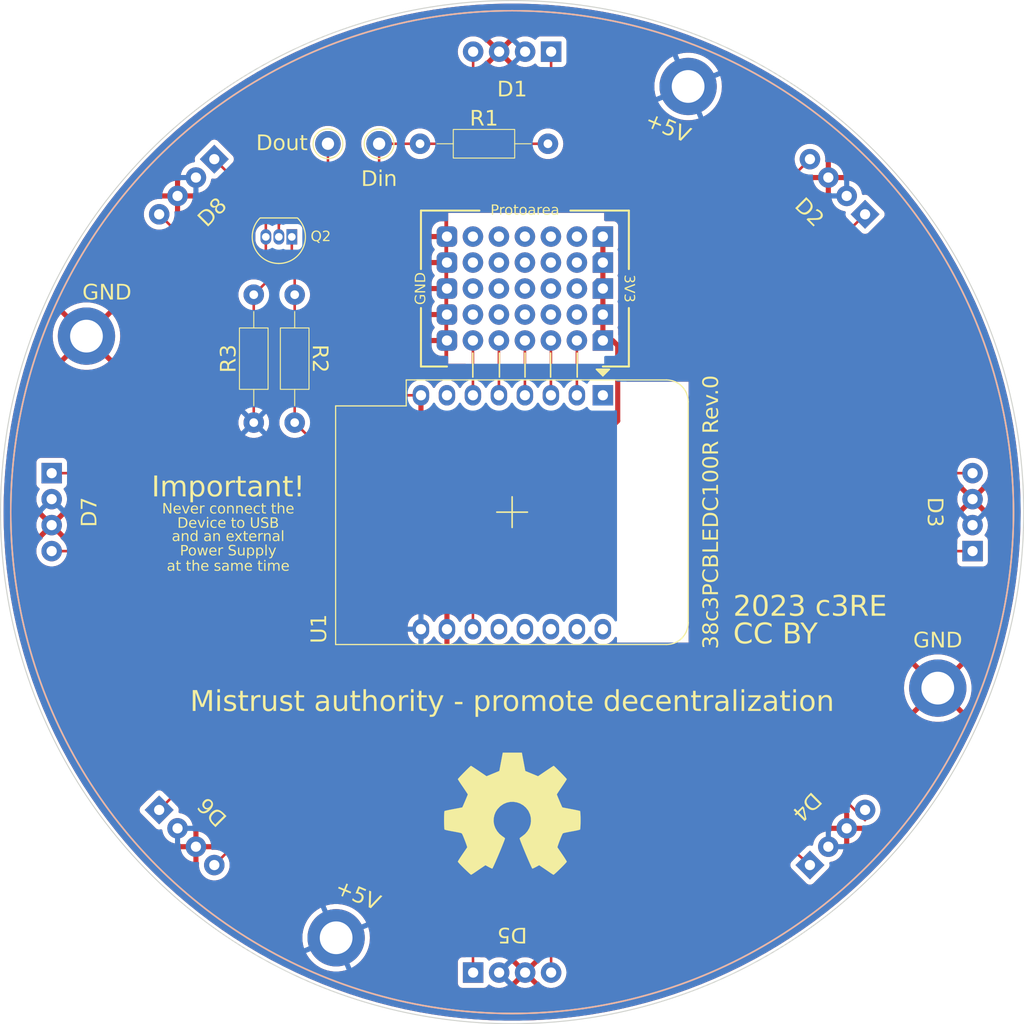
<source format=kicad_pcb>
(kicad_pcb (version 20240108) (generator "pcbnew") (generator_version "8.0")
  (layers (0 "F.Cu" signal) (31 "B.Cu" signal) (34 "B.Paste" user) (35 "F.Paste" user) (36 "B.SilkS" user "B.Silkscreen") (37 "F.SilkS" user "F.Silkscreen") (38 "B.Mask" user) (39 "F.Mask" user) (44 "Edge.Cuts" user))
  (net 0 "")
  (net 2 "Net-(A1-Vin)")
  (net 3 "Net-(U1-A0)")
  (net 9 "Net-(U1-D0)")
  (net 10 "Net-(D2-DOUT)")
  (net 11 "/Dout")
  (net 12 "GND")
  (net 13 "+5V")
  (net 14 "/Din")
  (net 15 "Net-(D1-DIN)")
  (net 16 "Net-(D1-DOUT)")
  (net 17 "Net-(D3-DOUT)")
  (net 18 "Net-(D4-DOUT)")
  (net 19 "Net-(D5-DOUT)")
  (net 20 "Net-(D6-DOUT)")
  (net 21 "Net-(D7-DOUT)")
  (net 22 "Net-(Q2-S)")
  (net 23 "Net-(U1-MISO{slash}D6)")
  (net 24 "Net-(U1-MOSI{slash}D7)")
  (net 25 "Net-(U1-SCK{slash}D5)")
  (footprint "R_combi:1206_combi_handsolder" (layer "F.Cu") (at 147.25 64)
    (property "Reference" "R1" (at 0 -2.4 0) (layer "F.SilkS") (effects (font (size 1.5 1.5) (thickness 0.1))))
    (property "Value" "100")
    (fp_line (start -3 0) (end -4.6 0) (stroke (width 0.1)) (layer "F.SilkS"))
    (fp_line (start 3 0) (end 4.6 0) (stroke (width 0.1)) (layer "F.SilkS"))
    (fp_rect (start -3 -1.4) (end 3 1.4) (stroke (width 0.1)) (fill none) (layer "F.SilkS"))
    (pad "1" thru_hole circle (at -6.25 0) (size 2 2) (drill 0.85) (layers "*.Cu" "*.Mask") (net 14 "/Din"))
    (pad "1" smd roundrect (at -1.55 0) (size 1.3 1.75) (layers "F.Cu" "F.Paste" "F.Mask") (roundrect_rratio 0.1640419948) (net 14 "/Din"))
    (pad "2" smd roundrect (at 1.55 0) (size 1.3 1.75) (layers "F.Cu" "F.Paste" "F.Mask") (roundrect_rratio 0.1640419948) (net 15 "Net-(D1-DIN)"))
    (pad "2" thru_hole circle (at 6.25 0) (size 2 2) (drill 0.85) (layers "*.Cu" "*.Mask") (net 15 "Net-(D1-DIN)"))
  )
  (footprint "R_combi:1206_combi_handsolder" (layer "F.Cu") (at 128.75 85 -90)
    (property "Reference" "R2" (at 0 -2.4 -90) (layer "F.SilkS") (effects (font (size 1.5 1.5) (thickness 0.1))))
    (property "Value" "10k")
    (fp_line (start -3 0) (end -4.6 0) (stroke (width 0.1)) (layer "F.SilkS"))
    (fp_line (start 3 0) (end 4.6 0) (stroke (width 0.1)) (layer "F.SilkS"))
    (fp_rect (start -3 -1.4) (end 3 1.4) (stroke (width 0.1)) (fill none) (layer "F.SilkS"))
    (pad "1" thru_hole circle (at -6.25 0 270) (size 2 2) (drill 0.85) (layers "*.Cu" "*.Mask") (net 2 "Net-(A1-Vin)"))
    (pad "1" smd roundrect (at -1.55 0 270) (size 1.3 1.75) (layers "F.Cu" "F.Paste" "F.Mask") (roundrect_rratio 0.1640419948) (net 2 "Net-(A1-Vin)"))
    (pad "2" smd roundrect (at 1.55 0 270) (size 1.3 1.75) (layers "F.Cu" "F.Paste" "F.Mask") (roundrect_rratio 0.1640419948) (net 22 "Net-(Q2-S)"))
    (pad "2" thru_hole circle (at 6.25 0 270) (size 2 2) (drill 0.85) (layers "*.Cu" "*.Mask") (net 22 "Net-(Q2-S)"))
  )
  (footprint "WS2812_THT:WS2812_THT" (layer "F.Cu") (at 181.8 131.8 -135)
    (property "Reference" "D4" (at 0 4.313351 -135) (layer "F.SilkS") (effects (font (size 1.5 1.5) (thickness 0.1))))
    (property "Value" "WS2812D-F5")
    (pad "1" thru_hole rect (at 3.81 0 225) (size 2 2) (drill 1) (layers "*.Cu" "*.Mask") (net 18 "Net-(D4-DOUT)"))
    (pad "2" thru_hole circle (at 1.270001 0 225) (size 2 2) (drill 1) (layers "*.Cu" "*.Mask") (net 13 "+5V"))
    (pad "3" thru_hole circle (at -1.270001 0 225) (size 2 2) (drill 1) (layers "*.Cu" "*.Mask") (net 12 "GND"))
    (pad "4" thru_hole circle (at -3.81 0 225) (size 2 2) (drill 1) (layers "*.Cu" "*.Mask") (net 17 "Net-(D3-DOUT)"))
  )
  (footprint "Symbol:OSHW-Symbol_13.4x12mm_Copper" (layer "F.Cu") (at 150 129.5)
    (property "Reference" "REF**" (hide yes))
    (property "Value" "OSHW-Symbol_13.4x12mm_Copper" (hide yes))
    (fp_poly (pts (xy 1.119803 -5.09936) (xy 1.288676 -4.203573) (xy 1.911796 -3.946702) (xy 2.534916 -3.689832) (xy 3.282453 -4.198151) (xy 3.491802 -4.339684) (xy 3.681043 -4.466055) (xy 3.841343 -4.571493) (xy 3.963874 -4.65023) (xy 4.039802 -4.696495) (xy 4.06048 -4.706471) (xy 4.097731 -4.680814) (xy 4.177332 -4.609885) (xy 4.290361 -4.502743) (xy 4.427895 -4.36845) (xy 4.581012 -4.216066) (xy 4.740789 -4.054653) (xy 4.898305 -3.89327) (xy 5.044637 -3.740978) (xy 5.170863 -3.606838) (xy 5.26806 -3.499911) (xy 5.327307 -3.429258) (xy 5.341471 -3.405612) (xy 5.321087 -3.362021) (xy 5.263941 -3.266519) (xy 5.176041 -3.12845) (xy 5.063396 -2.957155) (xy 4.932013 -2.761975) (xy 4.855882 -2.650648) (xy 4.717118 -2.447367) (xy 4.593811 -2.263927) (xy 4.491945 -2.109458) (xy 4.417501 -1.993091) (xy 4.376461 -1.923958) (xy 4.370294 -1.90943) (xy 4.384274 -1.86814) (xy 4.422382 -1.771908) (xy 4.478867 -1.634266) (xy 4.54798 -1.468742) (xy 4.62397 -1.288868) (xy 4.701089 -1.108172) (xy 4.773585 -0.940186) (xy 4.835709 -0.79844) (xy 4.881712 -0.696463) (xy 4.905843 -0.647786) (xy 4.907267 -0.64587) (xy 4.945158 -0.636575) (xy 5.046069 -0.61584) (xy 5.19954 -0.585702) (xy 5.395112 -0.548199) (xy 5.622325 -0.505371) (xy 5.754891 -0.480674) (xy 5.997679 -0.434447) (xy 6.216974 -0.39046) (xy 6.401681 -0.351119) (xy 6.540705 -0.318831) (xy 6.622952 -0.296003) (xy 6.639485 -0.28876) (xy 6.655678 -0.239739) (xy 6.668744 -0.129023) (xy 6.678691 0.030438) (xy 6.685528 0.2257) (xy 6.689264 0.443814) (xy 6.689907 0.671835) (xy 6.687468 0.896815) (xy 6.681953 1.105809) (xy 6.673374 1.285868) (xy 6.661737 1.424047) (xy 6.647052 1.507398) (xy 6.638245 1.52475) (xy 6.585599 1.545548) (xy 6.474043 1.575282) (xy 6.318335 1.610459) (xy 6.133229 1.647586) (xy 6.068613 1.659597) (xy 5.757071 1.716662) (xy 5.510976 1.762618) (xy 5.322195 1.799293) (xy 5.182598 1.828513) (xy 5.084052 1.852104) (xy 5.018426 1.871892) (xy 4.977589 1.889706) (xy 4.953409 1.90737) (xy 4.950026 1.910861) (xy 4.916255 1.9671) (xy 4.864737 2.076547) (xy 4.800617 2.2258) (xy 4.729039 2.401459) (xy 4.655146 2.590121) (xy 4.584083 2.778385) (xy 4.520993 2.952848) (xy 4.471021 3.100108) (xy 4.439312 3.206764) (xy 4.431008 3.259413) (xy 4.4317 3.261257) (xy 4.459836 3.304292) (xy 4.523665 3.398978) (xy 4.61648 3.53546) (xy 4.731573 3.703882) (xy 4.862237 3.89439) (xy 4.899448 3.948529) (xy 5.032129 4.144804) (xy 5.148883 4.323886) (xy 5.243349 4.475492) (xy 5.309168 4.589338) (xy 5.339978 4.655141) (xy 5.341471 4.663225) (xy 5.315584 4.705715) (xy 5.244054 4.789891) (xy 5.136076 4.906705) (xy 5.000846 5.04711) (xy 4.847558 5.202061) (xy 4.685409 5.362509) (xy 4.523593 5.519409) (xy 4.371306 5.663713) (xy 4.237743 5.786376) (xy 4.1321 5.87835) (xy 4.063572 5.930589) (xy 4.044614 5.939118) (xy 4.000487 5.919029) (xy 3.910142 5.864849) (xy 3.788295 5.785704) (xy 3.694546 5.722001) (xy 3.524678 5.60511) (xy 3.323512 5.467476) (xy 3.121733 5.330063) (xy 3.01325 5.256519) (xy 2.646058 5.008155) (xy 2.337826 5.174813) (xy 2.197404 5.247822) (xy 2.077996 5.304571) (xy 1.997202 5.336937) (xy 1.976636 5.341441) (xy 1.951906 5.308189) (xy 1.903118 5.214224) (xy 1.833913 5.068213) (xy 1.747935 4.878824) (xy 1.648824 4.654724) (xy 1.540224 4.404581) (xy 1.425775 4.137063) (xy 1.30912 3.860836) (xy 1.193901 3.584568) (xy 1.08376 3.316927) (xy 0.982339 3.06658) (xy 0.89328 2.842195) (xy 0.820225 2.652439) (xy 0.766816 2.50598) (xy 0.736695 2.411485) (xy 0.731851 2.379031) (xy 0.770245 2.337636) (xy 0.854308 2.270438) (xy 0.966467 2.1914) (xy 0.975881 2.185147) (xy 1.265768 1.953103) (xy 1.499512 1.682386) (xy 1.675087 1.381653) (xy 1.790469 1.059561) (xy 1.84363 0.724765) (xy 1.832547 0.385922) (xy 1.755192 0.051688) (xy 1.60954 -0.269281) (xy 1.566688 -0.339505) (xy 1.343802 -0.623073) (xy 1.080491 -0.850782) (xy 0.785865 -1.021449) (xy 0.469041 -1.133888) (xy 0.13913 -1.186917) (xy -0.194754 -1.179349) (xy -0.523497 -1.110002) (xy -0.837986 -0.977691) (xy -1.129107 -0.781232) (xy -1.21916 -0.701494) (xy -1.448347 -0.451892) (xy -1.615354 -0.189132) (xy -1.729915 0.105399) (xy -1.793719 0.397075) (xy -1.80947 0.725012) (xy -1.756949 1.054577) (xy -1.64149 1.37463) (xy -1.468429 1.674032) (xy -1.243101 1.941643) (xy -0.97084 2.166325) (xy -0.935058 2.190008) (xy -0.821698 2.267568) (xy -0.735522 2.334768) (xy -0.694323 2.377675) (xy -0.693724 2.379031) (xy -0.702569 2.425446) (xy -0.737631 2.530786) (xy -0.795267 2.686388) (xy -0.871834 2.883584) (xy -0.963686 3.11371) (xy -1.067183 3.368101) (xy -1.178679 3.63809) (xy -1.294532 3.915012) (xy -1.411097 4.190201) (xy -1.524733 4.454993) (xy -1.631794 4.700721) (xy -1.728638 4.918721) (xy -1.811621 5.100326) (xy -1.877099 5.236871) (xy -1.921431 5.31969) (xy -1.939283 5.341441) (xy -1.993834 5.324504) (xy -2.095905 5.279077) (xy -2.227895 5.21328) (xy -2.300474 5.174813) (xy -2.608705 5.008155) (xy -2.975897 5.256519) (xy -3.16334 5.383754) (xy -3.368557 5.523773) (xy -3.560867 5.655612) (xy -3.657193 5.722001) (xy -3.792673 5.812976) (xy -3.907393 5.885071) (xy -3.986388 5.929154) (xy -4.012046 5.938473) (xy -4.049391 5.913334) (xy -4.132042 5.843154) (xy -4.251985 5.73522) (xy -4.401209 5.596818) (xy -4.571699 5.435235) (xy -4.679526 5.331488) (xy -4.868172 5.146135) (xy -5.031205 4.980351) (xy -5.162032 4.841227) (xy -5.254065 4.735856) (xy -5.300713 4.671329) (xy -5.305188 4.658234) (xy -5.28442 4.608425) (xy -5.227031 4.507713) (xy -5.139387 4.366295) (xy -5.027854 4.194367) (xy -4.898797 4.002124) (xy -4.862096 3.948529) (xy -4.728368 3.753733) (xy -4.608393 3.578353) (xy -4.508879 3.432243) (xy -4.436533 3.325258) (xy -4.398064 3.267255) (xy -4.394347 3.261257) (xy -4.399905 3.215032) (xy -4.429407 3.113398) (xy -4.477709 2.969758) (xy -4.539667 2.797514) (xy -4.610137 2.610066) (xy -4.683975 2.420818) (xy -4.756037 2.243171) (xy -4.821178 2.090527) (xy -4.874255 1.976288) (xy -4.910123 1.913856) (xy -4.912673 1.910861) (xy -4.934606 1.893019) (xy -4.971652 1.875374) (xy -5.031941 1.856101) (xy -5.123604 1.833374) (xy -5.254774 1.805364) (xy -5.433582 1.770247) (xy -5.668158 1.726195) (xy -5.966635 1.671382) (xy -6.03126 1.659597) (xy -6.222794 1.622591) (xy -6.389769 1.586389) (xy -6.517432 1.554485) (xy -6.591024 1.530372) (xy -6.600892 1.52475) (xy -6.617153 1.47491) (xy -6.63037 1.363532) (xy -6.640536 1.203563) (xy -6.64764 1.00795) (xy -6.651674 0.78964) (xy -6.65263 0.561579) (xy -6.650498 0.336714) (xy -6.645269 0.127991) (xy -6.636935 -0.051642) (xy -6.625487 -0.189238) (xy -6.610916 -0.271852) (xy -6.602132 -0.28876) (xy -6.55323 -0.305816) (xy -6.441873 -0.333564) (xy -6.279156 -0.369597) (xy -6.076174 -0.411507) (xy -5.844021 -0.456889) (xy -5.717538 -0.480674) (xy -5.477555 -0.525535) (xy -5.263549 -0.566175) (xy -5.085978 -0.600554) (xy -4.955302 -0.626635) (xy -4.881982 -0.642379) (xy -4.869915 -0.64587) (xy -4.849519 -0.685221) (xy -4.806406 -0.780007) (xy -4.746321 -0.916685) (xy -4.675013 -1.081714) (xy -4.598227 -1.261553) (xy -4.52171 -1.44266) (xy -4.45121 -1.611493) (xy -4.392473 -1.754512) (xy -4.351246 -1.858174) (xy -4.333276 -1.908939) (xy -4.332941 -1.911158) (xy -4.353313 -1.951204) (xy -4.410427 -2.043361) (xy -4.498279 -2.178467) (xy -4.610867 -2.347365) (xy -4.742189 -2.540895) (xy -4.818529 -2.652059) (xy -4.957636 -2.855884) (xy -5.081188 -3.040937) (xy -5.183158 -3.197854) (xy -5.257517 -3.317276) (xy -5.298237 -3.38984) (xy -5.304118 -3.406107) (xy -5.278837 -3.44397) (xy -5.208948 -3.524814) (xy -5.103377 -3.639581) (xy -4.971052 -3.779215) (xy -4.820901 -3.934658) (xy -4.661852 -4.096854) (xy -4.502833 -4.256746) (xy -4.352771 -4.405276) (xy -4.220594 -4.533387) (xy -4.11523 -4.632023) (xy -4.045607 -4.692127) (xy -4.022315 -4.706471) (xy -3.98439 -4.686301) (xy -3.893683 -4.629637) (xy -3.759011 -4.542247) (xy -3.589195 -4.4299) (xy -3.393054 -4.298362) (xy -3.2451 -4.198151) (xy -2.497564 -3.689832) (xy -1.874444 -3.946702) (xy -1.251324 -4.203573) (xy -0.913576 -5.995147) (xy 0.950929 -5.995147) (xy 1.119803 -5.09936)) (stroke (width 0.01)) (fill solid) (layer "F.Cu"))
  )
  (footprint "MountingHole:MountingHole_3.2mm_M3_DIN965_Pad" (layer "F.Cu") (at 167.2 58.4 -22.5)
    (property "Reference" "+5V" (at -0.278757 4.553273 157.5) (layer "F.SilkS") (effects (font (size 1.5 1.5))))
    (property "Value" "+5V")
    (pad "1" thru_hole circle (at 0 0 337.5) (size 5.6 5.6) (drill 3.2) (layers "*.Cu" "*.Mask") (net 13 "+5V"))
  )
  (footprint "WS2812_THT:WS2812_THT" (layer "F.Cu") (at 105 100 90)
    (property "Reference" "D7" (at 0 3.75 90) (layer "F.SilkS") (effects (font (size 1.5 1.5) (thickness 0.1))))
    (property "Value" "WS2812D-F5")
    (pad "1" thru_hole rect (at 3.81 0 90) (size 2 2) (drill 1) (layers "*.Cu" "*.Mask") (net 21 "Net-(D7-DOUT)"))
    (pad "2" thru_hole circle (at 1.27 0 90) (size 2 2) (drill 1) (layers "*.Cu" "*.Mask") (net 13 "+5V"))
    (pad "3" thru_hole circle (at -1.27 0 90) (size 2 2) (drill 1) (layers "*.Cu" "*.Mask") (net 12 "GND"))
    (pad "4" thru_hole circle (at -3.81 0 90) (size 2 2) (drill 1) (layers "*.Cu" "*.Mask") (net 20 "Net-(D6-DOUT)"))
  )
  (footprint "Logo:c3RE_Logo_12mm_F.Mask" (layer "F.Cu") (at 172.3 78.2)
    (property "Reference" "REF**" (hide yes))
    (property "Value" "c3RE_Logo_12mm_F.Mask")
  )
  (footprint "Module:WEMOS_D1_mini_light" (layer "F.Cu") (at 158.87 88.58 -90)
    (property "Reference" "U1" (at 22.82 27.67 90) (layer "F.SilkS") (effects (font (size 1.5 1.5))))
    (property "Value" "WeMos_D1_mini")
    (fp_line (start 1.04 26.12) (end 24.36 26.12) (stroke (width 0.12)) (layer "F.SilkS"))
    (fp_line (start 24.36 26.12) (end 24.36 -6.21) (stroke (width 0.12)) (layer "F.SilkS"))
    (fp_line (start -1.5 19.22) (end 1.04 19.22) (stroke (width 0.12)) (layer "F.SilkS"))
    (fp_line (start -1.5 19.22) (end -1.5 -6.21) (stroke (width 0.12)) (layer "F.SilkS"))
    (fp_line (start 1.04 19.22) (end 1.04 26.12) (stroke (width 0.12)) (layer "F.SilkS"))
    (fp_line (start 22.24 -8.34) (end 0.63 -8.34) (stroke (width 0.12)) (layer "F.SilkS"))
    (fp_arc (start -1.5 -6.21) (mid -0.876137 -7.716137) (end 0.63 -8.34) (stroke (width 0.12)) (layer "F.SilkS"))
    (fp_arc (start 22.23 -8.34) (mid 23.736137 -7.716137) (end 24.36 -6.21) (stroke (width 0.12)) (layer "F.SilkS"))
    (fp_poly (pts (xy -2.54 -0.635) (xy -2.54 0.635) (xy -1.905 0)) (stroke (width 0.15)) (fill solid) (layer "F.SilkS"))
    (pad "1" thru_hole rect (at 0 0 270) (size 2 2) (drill 1) (layers "*.Cu" "*.Mask"))
    (pad "2" thru_hole oval (at 0 2.54 270) (size 2 1.6) (drill 1) (layers "*.Cu" "*.Mask") (net 3 "Net-(U1-A0)"))
    (pad "3" thru_hole oval (at 0 5.08 270) (size 2 1.6) (drill 1) (layers "*.Cu" "*.Mask") (net 9 "Net-(U1-D0)"))
    (pad "4" thru_hole oval (at 0 7.62 270) (size 2 1.6) (drill 1) (layers "*.Cu" "*.Mask") (net 25 "Net-(U1-SCK{slash}D5)"))
    (pad "5" thru_hole oval (at 0 10.16 270) (size 2 1.6) (drill 1) (layers "*.Cu" "*.Mask") (net 23 "Net-(U1-MISO{slash}D6)"))
    (pad "6" thru_hole oval (at 0 12.7 270) (size 2 1.6) (drill 1) (layers "*.Cu" "*.Mask") (net 24 "Net-(U1-MOSI{slash}D7)"))
    (pad "7" thru_hole oval (at 0 15.24 270) (size 2 1.6) (drill 1) (layers "*.Cu" "*.Mask"))
    (pad "8" thru_hole oval (at 0 17.78 270) (size 2 1.6) (drill 1) (layers "*.Cu" "*.Mask") (net 2 "Net-(A1-Vin)"))
    (pad "9" thru_hole oval (at 22.86 17.78 270) (size 2 1.6) (drill 1) (layers "*.Cu" "*.Mask") (net 13 "+5V"))
    (pad "10" thru_hole oval (at 22.86 15.24 270) (size 2 1.6) (drill 1) (layers "*.Cu" "*.Mask") (net 12 "GND"))
    (pad "11" thru_hole oval (at 22.86 12.7 270) (size 2 1.6) (drill 1) (layers "*.Cu" "*.Mask") (net 22 "Net-(Q2-S)"))
    (pad "12" thru_hole oval (at 22.86 10.16 270) (size 2 1.6) (drill 1) (layers "*.Cu" "*.Mask"))
    (pad "13" thru_hole oval (at 22.86 7.62 270) (size 2 1.6) (drill 1) (layers "*.Cu" "*.Mask"))
    (pad "14" thru_hole oval (at 22.86 5.08 270) (size 2 1.6) (drill 1) (layers "*.Cu" "*.Mask"))
    (pad "15" thru_hole oval (at 22.86 2.54 270) (size 2 1.6) (drill 1) (layers "*.Cu" "*.Mask"))
    (pad "16" thru_hole oval (at 22.86 0 270) (size 2 1.6) (drill 1) (layers "*.Cu" "*.Mask"))
  )
  (footprint "WS2812_THT:WS2812_THT" (layer "F.Cu") (at 150 145 180)
    (property "Reference" "D5" (at 0 3.75 180) (layer "F.SilkS") (effects (font (size 1.5 1.5) (thickness 0.1))))
    (property "Value" "WS2812D-F5")
    (pad "1" thru_hole rect (at 3.81 0 180) (size 2 2) (drill 1) (layers "*.Cu" "*.Mask") (net 19 "Net-(D5-DOUT)"))
    (pad "2" thru_hole circle (at 1.27 0 180) (size 2 2) (drill 1) (layers "*.Cu" "*.Mask") (net 13 "+5V"))
    (pad "3" thru_hole circle (at -1.27 0 180) (size 2 2) (drill 1) (layers "*.Cu" "*.Mask") (net 12 "GND"))
    (pad "4" thru_hole circle (at -3.81 0 180) (size 2 2) (drill 1) (layers "*.Cu" "*.Mask") (net 18 "Net-(D4-DOUT)"))
  )
  (footprint "MountingHole:MountingHole_3.2mm_M3_DIN965_Pad" (layer "F.Cu") (at 108.4 82.8)
    (property "Reference" "GND" (at 2 -4.2 0) (layer "F.SilkS") (effects (font (size 1.5 1.5))))
    (property "Value" "GND")
    (pad "1" thru_hole circle (at 0 0) (size 5.6 5.6) (drill 3.2) (layers "*.Cu" "*.Mask") (net 12 "GND"))
  )
  (footprint "Symbol:OSHW-Symbol_13.4x12mm_SilkScreen" (layer "F.Cu") (at 150 129.5)
    (property "Reference" "REF**" (hide yes))
    (property "Value" "OSHW-Symbol_13.4x12mm_SilkScreen" (hide yes))
    (fp_poly (pts (xy 1.119803 -5.09936) (xy 1.288676 -4.203573) (xy 1.911796 -3.946702) (xy 2.534916 -3.689832) (xy 3.282453 -4.198151) (xy 3.491802 -4.339684) (xy 3.681043 -4.466055) (xy 3.841343 -4.571493) (xy 3.963874 -4.65023) (xy 4.039802 -4.696495) (xy 4.06048 -4.706471) (xy 4.097731 -4.680814) (xy 4.177332 -4.609885) (xy 4.290361 -4.502743) (xy 4.427895 -4.36845) (xy 4.581012 -4.216066) (xy 4.740789 -4.054653) (xy 4.898305 -3.89327) (xy 5.044637 -3.740978) (xy 5.170863 -3.606838) (xy 5.26806 -3.499911) (xy 5.327307 -3.429258) (xy 5.341471 -3.405612) (xy 5.321087 -3.362021) (xy 5.263941 -3.266519) (xy 5.176041 -3.12845) (xy 5.063396 -2.957155) (xy 4.932013 -2.761975) (xy 4.855882 -2.650648) (xy 4.717118 -2.447367) (xy 4.593811 -2.263927) (xy 4.491945 -2.109458) (xy 4.417501 -1.993091) (xy 4.376461 -1.923958) (xy 4.370294 -1.90943) (xy 4.384274 -1.86814) (xy 4.422382 -1.771908) (xy 4.478867 -1.634266) (xy 4.54798 -1.468742) (xy 4.62397 -1.288868) (xy 4.701089 -1.108172) (xy 4.773585 -0.940186) (xy 4.835709 -0.79844) (xy 4.881712 -0.696463) (xy 4.905843 -0.647786) (xy 4.907267 -0.64587) (xy 4.945158 -0.636575) (xy 5.046069 -0.61584) (xy 5.19954 -0.585702) (xy 5.395112 -0.548199) (xy 5.622325 -0.505371) (xy 5.754891 -0.480674) (xy 5.997679 -0.434447) (xy 6.216974 -0.39046) (xy 6.401681 -0.351119) (xy 6.540705 -0.318831) (xy 6.622952 -0.296003) (xy 6.639485 -0.28876) (xy 6.655678 -0.239739) (xy 6.668744 -0.129023) (xy 6.678691 0.030438) (xy 6.685528 0.2257) (xy 6.689264 0.443814) (xy 6.689907 0.671835) (xy 6.687468 0.896815) (xy 6.681953 1.105809) (xy 6.673374 1.285868) (xy 6.661737 1.424047) (xy 6.647052 1.507398) (xy 6.638245 1.52475) (xy 6.585599 1.545548) (xy 6.474043 1.575282) (xy 6.318335 1.610459) (xy 6.133229 1.647586) (xy 6.068613 1.659597) (xy 5.757071 1.716662) (xy 5.510976 1.762618) (xy 5.322195 1.799293) (xy 5.182598 1.828513) (xy 5.084052 1.852104) (xy 5.018426 1.871892) (xy 4.977589 1.889706) (xy 4.953409 1.90737) (xy 4.950026 1.910861) (xy 4.916255 1.9671) (xy 4.864737 2.076547) (xy 4.800617 2.2258) (xy 4.729039 2.401459) (xy 4.655146 2.590121) (xy 4.584083 2.778385) (xy 4.520993 2.952848) (xy 4.471021 3.100108) (xy 4.439312 3.206764) (xy 4.431008 3.259413) (xy 4.4317 3.261257) (xy 4.459836 3.304292) (xy 4.523665 3.398978) (xy 4.61648 3.53546) (xy 4.731573 3.703882) (xy 4.862237 3.89439) (xy 4.899448 3.948529) (xy 5.032129 4.144804) (xy 5.148883 4.323886) (xy 5.243349 4.475492) (xy 5.309168 4.589338) (xy 5.339978 4.655141) (xy 5.341471 4.663225) (xy 5.315584 4.705715) (xy 5.244054 4.789891) (xy 5.136076 4.906705) (xy 5.000846 5.04711) (xy 4.847558 5.202061) (xy 4.685409 5.362509) (xy 4.523593 5.519409) (xy 4.371306 5.663713) (xy 4.237743 5.786376) (xy 4.1321 5.87835) (xy 4.063572 5.930589) (xy 4.044614 5.939118) (xy 4.000487 5.919029) (xy 3.910142 5.864849) (xy 3.788295 5.785704) (xy 3.694546 5.722001) (xy 3.524678 5.60511) (xy 3.323512 5.467476) (xy 3.121733 5.330063) (xy 3.01325 5.256519) (xy 2.646058 5.008155) (xy 2.337826 5.174813) (xy 2.197404 5.247822) (xy 2.077996 5.304571) (xy 1.997202 5.336937) (xy 1.976636 5.341441) (xy 1.951906 5.308189) (xy 1.903118 5.214224) (xy 1.833913 5.068213) (xy 1.747935 4.878824) (xy 1.648824 4.654724) (xy 1.540224 4.404581) (xy 1.425775 4.137063) (xy 1.30912 3.860836) (xy 1.193901 3.584568) (xy 1.08376 3.316927) (xy 0.982339 3.06658) (xy 0.89328 2.842195) (xy 0.820225 2.652439) (xy 0.766816 2.50598) (xy 0.736695 2.411485) (xy 0.731851 2.379031) (xy 0.770245 2.337636) (xy 0.854308 2.270438) (xy 0.966467 2.1914) (xy 0.975881 2.185147) (xy 1.265768 1.953103) (xy 1.499512 1.682386) (xy 1.675087 1.381653) (xy 1.790469 1.059561) (xy 1.84363 0.724765) (xy 1.832547 0.385922) (xy 1.755192 0.051688) (xy 1.60954 -0.269281) (xy 1.566688 -0.339505) (xy 1.343802 -0.623073) (xy 1.080491 -0.850782) (xy 0.785865 -1.021449) (xy 0.469041 -1.133888) (xy 0.13913 -1.186917) (xy -0.194754 -1.179349) (xy -0.523497 -1.110002) (xy -0.837986 -0.977691) (xy -1.129107 -0.781232) (xy -1.21916 -0.701494) (xy -1.448347 -0.451892) (xy -1.615354 -0.189132) (xy -1.729915 0.105399) (xy -1.793719 0.397075) (xy -1.80947 0.725012) (xy -1.756949 1.054577) (xy -1.64149 1.37463) (xy -1.468429 1.674032) (xy -1.243101 1.941643) (xy -0.97084 2.166325) (xy -0.935058 2.190008) (xy -0.821698 2.267568) (xy -0.735522 2.334768) (xy -0.694323 2.377675) (xy -0.693724 2.379031) (xy -0.702569 2.425446) (xy -0.737631 2.530786) (xy -0.795267 2.686388) (xy -0.871834 2.883584) (xy -0.963686 3.11371) (xy -1.067183 3.368101) (xy -1.178679 3.63809) (xy -1.294532 3.915012) (xy -1.411097 4.190201) (xy -1.524733 4.454993) (xy -1.631794 4.700721) (xy -1.728638 4.918721) (xy -1.811621 5.100326) (xy -1.877099 5.236871) (xy -1.921431 5.31969) (xy -1.939283 5.341441) (xy -1.993834 5.324504) (xy -2.095905 5.279077) (xy -2.227895 5.21328) (xy -2.300474 5.174813) (xy -2.608705 5.008155) (xy -2.975897 5.256519) (xy -3.16334 5.383754) (xy -3.368557 5.523773) (xy -3.560867 5.655612) (xy -3.657193 5.722001) (xy -3.792673 5.812976) (xy -3.907393 5.885071) (xy -3.986388 5.929154) (xy -4.012046 5.938473) (xy -4.049391 5.913334) (xy -4.132042 5.843154) (xy -4.251985 5.73522) (xy -4.401209 5.596818) (xy -4.571699 5.435235) (xy -4.679526 5.331488) (xy -4.868172 5.146135) (xy -5.031205 4.980351) (xy -5.162032 4.841227) (xy -5.254065 4.735856) (xy -5.300713 4.671329) (xy -5.305188 4.658234) (xy -5.28442 4.608425) (xy -5.227031 4.507713) (xy -5.139387 4.366295) (xy -5.027854 4.194367) (xy -4.898797 4.002124) (xy -4.862096 3.948529) (xy -4.728368 3.753733) (xy -4.608393 3.578353) (xy -4.508879 3.432243) (xy -4.436533 3.325258) (xy -4.398064 3.267255) (xy -4.394347 3.261257) (xy -4.399905 3.215032) (xy -4.429407 3.113398) (xy -4.477709 2.969758) (xy -4.539667 2.797514) (xy -4.610137 2.610066) (xy -4.683975 2.420818) (xy -4.756037 2.243171) (xy -4.821178 2.090527) (xy -4.874255 1.976288) (xy -4.910123 1.913856) (xy -4.912673 1.910861) (xy -4.934606 1.893019) (xy -4.971652 1.875374) (xy -5.031941 1.856101) (xy -5.123604 1.833374) (xy -5.254774 1.805364) (xy -5.433582 1.770247) (xy -5.668158 1.726195) (xy -5.966635 1.671382) (xy -6.03126 1.659597) (xy -6.222794 1.622591) (xy -6.389769 1.586389) (xy -6.517432 1.554485) (xy -6.591024 1.530372) (xy -6.600892 1.52475) (xy -6.617153 1.47491) (xy -6.63037 1.363532) (xy -6.640536 1.203563) (xy -6.64764 1.00795) (xy -6.651674 0.78964) (xy -6.65263 0.561579) (xy -6.650498 0.336714) (xy -6.645269 0.127991) (xy -6.636935 -0.051642) (xy -6.625487 -0.189238) (xy -6.610916 -0.271852) (xy -6.602132 -0.28876) (xy -6.55323 -0.305816) (xy -6.441873 -0.333564) (xy -6.279156 -0.369597) (xy -6.076174 -0.411507) (xy -5.844021 -0.456889) (xy -5.717538 -0.480674) (xy -5.477555 -0.525535) (xy -5.263549 -0.566175) (xy -5.085978 -0.600554) (xy -4.955302 -0.626635) (xy -4.881982 -0.642379) (xy -4.869915 -0.64587) (xy -4.849519 -0.685221) (xy -4.806406 -0.780007) (xy -4.746321 -0.916685) (xy -4.675013 -1.081714) (xy -4.598227 -1.261553) (xy -4.52171 -1.44266) (xy -4.45121 -1.611493) (xy -4.392473 -1.754512) (xy -4.351246 -1.858174) (xy -4.333276 -1.908939) (xy -4.332941 -1.911158) (xy -4.353313 -1.951204) (xy -4.410427 -2.043361) (xy -4.498279 -2.178467) (xy -4.610867 -2.347365) (xy -4.742189 -2.540895) (xy -4.818529 -2.652059) (xy -4.957636 -2.855884) (xy -5.081188 -3.040937) (xy -5.183158 -3.197854) (xy -5.257517 -3.317276) (xy -5.298237 -3.38984) (xy -5.304118 -3.406107) (xy -5.278837 -3.44397) (xy -5.208948 -3.524814) (xy -5.103377 -3.639581) (xy -4.971052 -3.779215) (xy -4.820901 -3.934658) (xy -4.661852 -4.096854) (xy -4.502833 -4.256746) (xy -4.352771 -4.405276) (xy -4.220594 -4.533387) (xy -4.11523 -4.632023) (xy -4.045607 -4.692127) (xy -4.022315 -4.706471) (xy -3.98439 -4.686301) (xy -3.893683 -4.629637) (xy -3.759011 -4.542247) (xy -3.589195 -4.4299) (xy -3.393054 -4.298362) (xy -3.2451 -4.198151) (xy -2.497564 -3.689832) (xy -1.874444 -3.946702) (xy -1.251324 -4.203573) (xy -0.913576 -5.995147) (xy 0.950929 -5.995147) (xy 1.119803 -5.09936)) (stroke (width 0.01)) (fill solid) (layer "F.SilkS"))
  )
  (footprint "WS2812_THT:WS2812_THT" (layer "F.Cu") (at 118.2 68.2 45)
    (property "Reference" "D8" (at 0 3.606245 45) (layer "F.SilkS") (effects (font (size 1.5 1.5) (thickness 0.1))))
    (property "Value" "WS2812D-F5")
    (pad "1" thru_hole rect (at 3.81 0 45) (size 2 2) (drill 1) (layers "*.Cu" "*.Mask") (net 11 "/Dout"))
    (pad "2" thru_hole circle (at 1.270001 0 45) (size 2 2) (drill 1) (layers "*.Cu" "*.Mask") (net 13 "+5V"))
    (pad "3" thru_hole circle (at -1.270001 0 45) (size 2 2) (drill 1) (layers "*.Cu" "*.Mask") (net 12 "GND"))
    (pad "4" thru_hole circle (at -3.81 0 45) (size 2 2) (drill 1) (layers "*.Cu" "*.Mask") (net 21 "Net-(D7-DOUT)"))
  )
  (footprint "TestPoint:TestPoint_THTPad_D2.5mm_Drill1.2mm" (layer "F.Cu") (at 132 64)
    (property "Reference" "Dout" (at -4.5 0 0) (layer "F.SilkS") (effects (font (size 1.5 1.5))))
    (property "Value" "Dout")
    (fp_circle (center 0 0) (end 0 1.45) (stroke (width 0.12)) (fill none) (layer "F.SilkS"))
    (pad "1" thru_hole circle (at 0 0) (size 2.5 2.5) (drill 1.2) (layers "*.Cu" "*.Mask") (net 11 "/Dout"))
  )
  (footprint "WS2812_THT:WS2812_THT" (layer "F.Cu") (at 195 100 -90)
    (property "Reference" "D3" (at 0 3.75 -90) (layer "F.SilkS") (effects (font (size 1.5 1.5) (thickness 0.1))))
    (property "Value" "WS2812D-F5")
    (pad "1" thru_hole rect (at 3.81 0 270) (size 2 2) (drill 1) (layers "*.Cu" "*.Mask") (net 17 "Net-(D3-DOUT)"))
    (pad "2" thru_hole circle (at 1.27 0 270) (size 2 2) (drill 1) (layers "*.Cu" "*.Mask") (net 13 "+5V"))
    (pad "3" thru_hole circle (at -1.27 0 270) (size 2 2) (drill 1) (layers "*.Cu" "*.Mask") (net 12 "GND"))
    (pad "4" thru_hole circle (at -3.81 0 270) (size 2 2) (drill 1) (layers "*.Cu" "*.Mask") (net 10 "Net-(D2-DOUT)"))
  )
  (footprint "WS2812_THT:WS2812_THT" (layer "F.Cu") (at 150 55)
    (property "Reference" "D1" (at 0 3.75 0) (layer "F.SilkS") (effects (font (size 1.5 1.5) (thickness 0.1))))
    (property "Value" "WS2812D-F5")
    (pad "1" thru_hole rect (at 3.81 0) (size 2 2) (drill 1) (layers "*.Cu" "*.Mask") (net 16 "Net-(D1-DOUT)"))
    (pad "2" thru_hole circle (at 1.27 0) (size 2 2) (drill 1) (layers "*.Cu" "*.Mask") (net 13 "+5V"))
    (pad "3" thru_hole circle (at -1.27 0) (size 2 2) (drill 1) (layers "*.Cu" "*.Mask") (net 12 "GND"))
    (pad "4" thru_hole circle (at -3.81 0) (size 2 2) (drill 1) (layers "*.Cu" "*.Mask") (net 15 "Net-(D1-DIN)"))
  )
  (footprint "WS2812_THT:WS2812_THT" (layer "F.Cu") (at 181.8 68.2 -45)
    (property "Reference" "D2" (at -0.176777 3.783021 -45) (layer "F.SilkS") (effects (font (size 1.5 1.5) (thickness 0.1))))
    (property "Value" "WS2812D-F5")
    (pad "1" thru_hole rect (at 3.81 0 315) (size 2 2) (drill 1) (layers "*.Cu" "*.Mask") (net 10 "Net-(D2-DOUT)"))
    (pad "2" thru_hole circle (at 1.270001 0 315) (size 2 2) (drill 1) (layers "*.Cu" "*.Mask") (net 13 "+5V"))
    (pad "3" thru_hole circle (at -1.270001 0 315) (size 2 2) (drill 1) (layers "*.Cu" "*.Mask") (net 12 "GND"))
    (pad "4" thru_hole circle (at -3.81 0 315) (size 2 2) (drill 1) (layers "*.Cu" "*.Mask") (net 16 "Net-(D1-DOUT)"))
  )
  (footprint "R_combi:1206_combi_handsolder" (layer "F.Cu") (at 124.75 85 90)
    (property "Reference" "R3" (at 0 -2.4 90) (layer "F.SilkS") (effects (font (size 1.5 1.5) (thickness 0.1))))
    (property "Value" "10k")
    (fp_line (start 3 0) (end 4.6 0) (stroke (width 0.1)) (layer "F.SilkS"))
    (fp_line (start -3 0) (end -4.6 0) (stroke (width 0.1)) (layer "F.SilkS"))
    (fp_rect (start -3 -1.4) (end 3 1.4) (stroke (width 0.1)) (fill none) (layer "F.SilkS"))
    (pad "1" thru_hole circle (at -6.25 0 90) (size 2 2) (drill 0.85) (layers "*.Cu" "*.Mask") (net 13 "+5V"))
    (pad "1" smd roundrect (at -1.55 0 90) (size 1.3 1.75) (layers "F.Cu" "F.Paste" "F.Mask") (roundrect_rratio 0.1640419948) (net 13 "+5V"))
    (pad "2" smd roundrect (at 1.55 0 90) (size 1.3 1.75) (layers "F.Cu" "F.Paste" "F.Mask") (roundrect_rratio 0.1640419948) (net 14 "/Din"))
    (pad "2" thru_hole circle (at 6.25 0 90) (size 2 2) (drill 0.85) (layers "*.Cu" "*.Mask") (net 14 "/Din"))
  )
  (footprint "MountingHole:MountingHole_3.2mm_M3_DIN965_Pad" (layer "F.Cu") (at 132.8 141.6 157.5)
    (property "Reference" "H1" (hide yes))
    (property "Value" "+5V" (at -0.371145 4.591541 157.5) (layer "F.SilkS") (effects (font (size 1.5 1.5))))
    (pad "1" thru_hole circle (at 0 0 157.5) (size 5.6 5.6) (drill 3.2) (layers "*.Cu" "*.Mask") (net 13 "+5V"))
  )
  (footprint "TestPoint:TestPoint_THTPad_D2.5mm_Drill1.2mm" (layer "F.Cu") (at 137 64)
    (property "Reference" "Din" (at 0 3.5 0) (layer "F.SilkS") (effects (font (size 1.5 1.5))))
    (property "Value" "Din")
    (fp_circle (center 0 0) (end 0 1.45) (stroke (width 0.12)) (fill none) (layer "F.SilkS"))
    (pad "1" thru_hole circle (at 0 0) (size 2.5 2.5) (drill 1.2) (layers "*.Cu" "*.Mask") (net 14 "/Din"))
  )
  (footprint "Proto:Protoarea" (layer "F.Cu") (at 151.25 78.15)
    (property "Reference" "A1" (hide yes))
    (property "Value" "~")
    (fp_line (start -10.16 -7.62) (end -10.16 -1.905) (stroke (width 0.2)) (layer "F.SilkS"))
    (fp_line (start -10.16 -7.62) (end -4.445 -7.62) (stroke (width 0.2)) (layer "F.SilkS"))
    (fp_line (start -10.16 5.08) (end -10.16 1.905) (stroke (width 0.2)) (layer "F.SilkS"))
    (fp_line (start -10.16 5.08) (end -10.16 7.62) (stroke (width 0.2)) (layer "F.SilkS"))
    (fp_line (start -10.16 7.62) (end -7.62 7.62) (stroke (width 0.2)) (layer "F.SilkS"))
    (fp_line (start 10.16 -7.62) (end 4.445 -7.62) (stroke (width 0.2)) (layer "F.SilkS"))
    (fp_line (start 10.16 -7.62) (end 10.16 -1.905) (stroke (width 0.2)) (layer "F.SilkS"))
    (fp_line (start 10.16 7.62) (end 7.62 7.62) (stroke (width 0.2)) (layer "F.SilkS"))
    (fp_line (start 10.16 7.62) (end 10.16 1.905) (stroke (width 0.2)) (layer "F.SilkS"))
    (fp_text user "3V3" (at 10.16 0 -90) (layer "F.SilkS") (effects (font (thickness 0.1))))
    (fp_text user "Protoarea" (at 0 -7.62 0) (layer "F.SilkS") (effects (font (thickness 0.1))))
    (fp_text user "GND" (at -10.16 0 90) (layer "F.SilkS") (effects (font (thickness 0.1))))
    (pad "" thru_hole circle (at -5.08 -5.08) (size 2 2) (drill 1) (layers "*.Cu" "*.Mask"))
    (pad "" thru_hole circle (at -5.08 -2.54) (size 2 2) (drill 1) (layers "*.Cu" "*.Mask"))
    (pad "" thru_hole circle (at -5.08 0) (size 2 2) (drill 1) (layers "*.Cu" "*.Mask"))
    (pad "" thru_hole circle (at -5.08 2.54) (size 2 2) (drill 1) (layers "*.Cu" "*.Mask"))
    (pad "" thru_hole circle (at -2.54 -5.08) (size 2 2) (drill 1) (layers "*.Cu" "*.Mask"))
    (pad "" thru_hole circle (at -2.54 -2.54) (size 2 2) (drill 1) (layers "*.Cu" "*.Mask"))
    (pad "" thru_hole circle (at -2.54 0) (size 2 2) (drill 1) (layers "*.Cu" "*.Mask"))
    (pad "" thru_hole circle (at -2.54 2.54) (size 2 2) (drill 1) (layers "*.Cu" "*.Mask"))
    (pad "" thru_hole circle (at 0 -5.08) (size 2 2) (drill 1) (layers "*.Cu" "*.Mask"))
    (pad "" thru_hole circle (at 0 -2.54) (size 2 2) (drill 1) (layers "*.Cu" "*.Mask"))
    (pad "" thru_hole circle (at 0 0) (size 2 2) (drill 1) (layers "*.Cu" "*.Mask"))
    (pad "" thru_hole circle (at 0 2.54) (size 2 2) (drill 1) (layers "*.Cu" "*.Mask"))
    (pad "" thru_hole circle (at 2.54 -5.08) (size 2 2) (drill 1) (layers "*.Cu" "*.Mask"))
    (pad "" thru_hole circle (at 2.54 -2.54) (size 2 2) (drill 1) (layers "*.Cu" "*.Mask"))
    (pad "" thru_hole circle (at 2.54 0) (size 2 2) (drill 1) (layers "*.Cu" "*.Mask"))
    (pad "" thru_hole circle (at 2.54 2.54) (size 2 2) (drill 1) (layers "*.Cu" "*.Mask"))
    (pad "" thru_hole circle (at 5.08 -5.08) (size 2 2) (drill 1) (layers "*.Cu" "*.Mask"))
    (pad "" thru_hole circle (at 5.08 -2.54) (size 2 2) (drill 1) (layers "*.Cu" "*.Mask"))
    (pad "" thru_hole circle (at 5.08 0) (size 2 2) (drill 1) (layers "*.Cu" "*.Mask"))
    (pad "" thru_hole circle (at 5.08 2.54) (size 2 2) (drill 1) (layers "*.Cu" "*.Mask"))
    (pad "2" thru_hole circle (at 5.08 5.08) (size 2 2) (drill 1) (layers "*.Cu" "*.Mask") (net 3 "Net-(U1-A0)"))
    (pad "3" thru_hole circle (at 2.54 5.08) (size 2 2) (drill 1) (layers "*.Cu" "*.Mask") (net 9 "Net-(U1-D0)"))
    (pad "4" thru_hole circle (at 0 5.08) (size 2 2) (drill 1) (layers "*.Cu" "*.Mask") (net 25 "Net-(U1-SCK{slash}D5)"))
    (pad "5" thru_hole circle (at -2.54 5.08) (size 2 2) (drill 1) (layers "*.Cu" "*.Mask") (net 23 "Net-(U1-MISO{slash}D6)"))
    (pad "6" thru_hole circle (at -5.08 5.08) (size 2 2) (drill 1) (layers "*.Cu" "*.Mask") (net 24 "Net-(U1-MOSI{slash}D7)"))
    (pad "7" thru_hole roundrect (at 7.62 -5.08) (size 2 2) (drill 1) (layers "*.Cu" "*.Mask") (roundrect_rratio 0) (chamfer_ratio 0.2) (chamfer top_left) (net 2 "Net-(A1-Vin)"))
    (pad "7" thru_hole roundrect (at 7.62 -2.54) (size 2 2) (drill 1) (layers "*.Cu" "*.Mask") (roundrect_rratio 0) (chamfer_ratio 0.2) (chamfer top_left) (net 2 "Net-(A1-Vin)"))
    (pad "7" thru_hole roundrect (at 7.62 0) (size 2 2) (drill 1) (layers "*.Cu" "*.Mask") (roundrect_rratio 0) (chamfer_ratio 0.2) (chamfer top_left) (net 2 "Net-(A1-Vin)"))
    (pad "7" thru_hole roundrect (at 7.62 2.54) (size 2 2) (drill 1) (layers "*.Cu" "*.Mask") (roundrect_rratio 0) (chamfer_ratio 0.2) (chamfer top_left) (net 2 "Net-(A1-Vin)"))
    (pad "7" thru_hole roundrect (at 7.62 5.08) (size 2 2) (drill 1) (layers "*.Cu" "*.Mask") (roundrect_rratio 0) (chamfer_ratio 0.2) (chamfer top_left) (net 2 "Net-(A1-Vin)"))
    (pad "8" thru_hole roundrect (at -7.62 -5.08) (size 2 2) (drill 1) (layers "*.Cu" "*.Mask") (net 12 "GND"))
    (pad "8" thru_hole roundrect (at -7.62 -2.54) (size 2 2) (drill 1) (layers "*.Cu" "*.Mask") (net 12 "GND"))
    (pad "8" thru_hole roundrect (at -7.62 0) (size 2 2) (drill 1) (layers "*.Cu" "*.Mask") (net 12 "GND"))
    (pad "8" thru_hole roundrect (at -7.62 2.54) (size 2 2) (drill 1) (layers "*.Cu" "*.Mask") (net 12 "GND"))
    (pad "8" thru_hole roundrect (at -7.62 5.08) (size 2 2) (drill 1) (layers "*.Cu" "*.Mask") (net 12 "GND"))
  )
  (footprint "MountingHole:MountingHole_3.2mm_M3_DIN965_Pad" (layer "F.Cu") (at 191.6 117.2)
    (property "Reference" "GND" (at 0 -4.6 0) (layer "F.SilkS") (effects (font (size 1.5 1.5))))
    (property "Value" "GND")
    (pad "1" thru_hole circle (at 0 0) (size 5.6 5.6) (drill 3.2) (layers "*.Cu" "*.Mask") (net 12 "GND"))
  )
  (footprint "WS2812_THT:WS2812_THT" (layer "F.Cu") (at 118.2 131.8 135)
    (property "Reference" "D6" (at 0 3.606245 135) (layer "F.SilkS") (effects (font (size 1.5 1.5) (thickness 0.1))))
    (property "Value" "WS2812D-F5")
    (pad "1" thru_hole rect (at 3.81 0 135) (size 2 2) (drill 1) (layers "*.Cu" "*.Mask") (net 20 "Net-(D6-DOUT)"))
    (pad "2" thru_hole circle (at 1.270001 0 135) (size 2 2) (drill 1) (layers "*.Cu" "*.Mask") (net 13 "+5V"))
    (pad "3" thru_hole circle (at -1.270001 0 135) (size 2 2) (drill 1) (layers "*.Cu" "*.Mask") (net 12 "GND"))
    (pad "4" thru_hole circle (at -3.81 0 135) (size 2 2) (drill 1) (layers "*.Cu" "*.Mask") (net 19 "Net-(D5-DOUT)"))
  )
  (footprint "Package_TO_SOT_THT:TO-92_Inline" (layer "F.Cu") (at 128.47 73.1 180)
    (property "Reference" "Q2" (at -2.83 0 0) (layer "F.SilkS"))
    (property "Value" "ZVNL110A")
    (fp_line (start -0.53 1.85) (end 3.07 1.85) (stroke (width 0.12)) (layer "F.SilkS"))
    (fp_arc (start 1.27 -2.6) (mid 3.672087 -0.994977) (end 3.108478 1.838478) (stroke (width 0.12)) (layer "F.SilkS"))
    (fp_arc (start -0.568478 1.838478) (mid -1.132087 -0.994977) (end 1.27 -2.6) (stroke (width 0.12)) (layer "F.SilkS"))
    (pad "1" thru_hole rect (at 0 0 180) (size 1.05 1.5) (drill 0.75) (layers "*.Cu" "*.Mask") (net 22 "Net-(Q2-S)"))
    (pad "2" thru_hole oval (at 1.27 0 180) (size 1.05 1.5) (drill 0.75) (layers "*.Cu" "*.Mask") (net 2 "Net-(A1-Vin)"))
    (pad "3" thru_hole oval (at 2.54 0 180) (size 1.05 1.5) (drill 0.75) (layers "*.Cu" "*.Mask") (net 14 "/Din"))
  )
  (gr_circle (center 150 100) (end 199.000102 100) (stroke (width 0.15)) (fill none) (layer "B.SilkS"))
  (gr_circle (center 150 100) (end 150.1 51) (stroke (width 0.15)) (fill none) (layer "F.SilkS"))
  (gr_line (start 148.76 84.46) (end 148.76 86.8) (stroke (width 0.15)) (layer "F.SilkS"))
  (gr_line (start 150 100) (end 151.5 100) (stroke (width 0.15)) (layer "F.SilkS"))
  (gr_line (start 153.76 84.46) (end 153.76 86.8) (stroke (width 0.15)) (layer "F.SilkS"))
  (gr_line (start 150 100) (end 148.5 100) (stroke (width 0.15)) (layer "F.SilkS"))
  (gr_line (start 150 100) (end 150 98.5) (stroke (width 0.15)) (layer "F.SilkS"))
  (gr_line (start 156.36 84.46) (end 156.36 86.8) (stroke (width 0.15)) (layer "F.SilkS"))
  (gr_line (start 151.26 84.46) (end 151.26 86.8) (stroke (width 0.15)) (layer "F.SilkS"))
  (gr_line (start 146.16 84.46) (end 146.16 86.8) (stroke (width 0.15)) (layer "F.SilkS"))
  (gr_line (start 150 100) (end 150 101.5) (stroke (width 0.15)) (layer "F.SilkS"))
  (gr_circle (center 150 100) (end 100 100) (stroke (width 0.1)) (fill none) (layer "Edge.Cuts"))
  (gr_text "Device to USB" (at 122.25 101.7 0) (layer "F.SilkS") (effects (font (size 1 1)) (justify bottom)))
  (gr_text "Power Supply" (at 122.25 104.4 0) (layer "F.SilkS") (effects (font (size 1 1)) (justify bottom)))
  (gr_text "and an external" (at 122.25 103 0) (layer "F.SilkS") (effects (font (size 1 1)) (justify bottom)))
  (gr_text "at the same time" (at 122.25 105.9 0) (layer "F.SilkS") (effects (font (size 1 1)) (justify bottom)))
  (gr_text "Never connect the" (at 122.25 100.3 0) (layer "F.SilkS") (effects (font (size 1 1)) (justify bottom)))
  (gr_text "Important!" (at 122.25 98.8 0) (layer "F.SilkS") (effects (font (size 2 2)) (justify bottom)))
  (gr_text "38c3PCBLEDC100R Rev.0" (at 169.5 100 90) (layer "F.SilkS") (effects (font (size 1.5 1.5))))
  (gr_text "Mistrust authority - promote decentralization" (at 150 118.6 0) (layer "F.SilkS") (effects (font (size 2 2) (thickness 0.1875))))
  (gr_text "CC BY" (at 171.6 112 0) (layer "F.SilkS") (effects (font (size 2 2)) (justify left)))
  (gr_text "2023 c3RE" (at 171.6 109.3 0) (layer "F.SilkS") (effects (font (size 2 2)) (justify left)))
  (segment (start 158.87 78.15) (end 158.87 80.69) (width 0.5) (layer "F.Cu") (net 2))
  (segment (start 128.75 76.45) (end 129.1 76.1) (width 0.25) (layer "F.Cu") (net 2))
  (segment (start 141.09 91.09) (end 141.09 88.58) (width 0.5) (layer "F.Cu") (net 2))
  (segment (start 158.87 83.23) (end 159.83 83.23) (width 0.25) (layer "F.Cu") (net 2))
  (segment (start 131.7 83.45) (end 132.25 84) (width 0.25) (layer "F.Cu") (net 2))
  (segment (start 141.8 91.8) (end 141.09 91.09) (width 0.5) (layer "F.Cu") (net 2))
  (segment (start 130 71.9) (end 129.7 71.6) (width 0.25) (layer "F.Cu") (net 2))
  (segment (start 158.87 73.07) (end 158.87 75.61) (width 0.5) (layer "F.Cu") (net 2))
  (segment (start 127.5 71.6) (end 127.2 71.9) (width 0.25) (layer "F.Cu") (net 2))
  (segment (start 128.75 83.45) (end 128.75 78.75) (width 0.25) (layer "F.Cu") (net 2))
  (segment (start 132.83 88.58) (end 141.09 88.58) (width 0.25) (layer "F.Cu") (net 2))
  (segment (start 158.87 80.69) (end 158.87 83.23) (width 0.5) (layer "F.Cu") (net 2))
  (segment (start 129.7 76.1) (end 130 75.8) (width 0.25) (layer "F.Cu") (net 2))
  (segment (start 128.75 78.75) (end 128.75 76.45) (width 0.25) (layer "F.Cu") (net 2))
  (segment (start 160.32 91.08) (end 159.6 91.8) (width 0.5) (layer "F.Cu") (net 2))
  (segment (start 132.25 88) (end 132.83 88.58) (width 0.25) (layer "F.Cu") (net 2))
  (segment (start 128.75 83.45) (end 131.7 83.45) (width 0.25) (layer "F.Cu") (net 2))
  (segment (start 130 75.8) (end 130 71.9) (width 0.25) (layer "F.Cu") (net 2))
  (segment (start 158.87 75.61) (end 158.87 78.15) (width 0.5) (layer "F.Cu") (net 2))
  (segment (start 159.6 91.8) (end 141.8 91.8) (width 0.5) (layer "F.Cu") (net 2))
  (segment (start 127.2 71.9) (end 127.2 73.1) (width 0.25) (layer "F.Cu") (net 2))
  (segment (start 160.32 83.72) (end 160.32 91.08) (width 0.5) (layer "F.Cu") (net 2))
  (segment (start 159.83 83.23) (end 160.32 83.72) (width 0.5) (layer "F.Cu") (net 2))
  (segment (start 129.1 76.1) (end 129.7 76.1) (width 0.25) (layer "F.Cu") (net 2))
  (segment (start 132.25 84) (end 132.25 88) (width 0.25) (layer "F.Cu") (net 2))
  (segment (start 129.7 71.6) (end 127.5 71.6) (width 0.25) (layer "F.Cu") (net 2))
  (segment (start 156.33 88.58) (end 156.33 83.23) (width 0.25) (layer "F.Cu") (net 3))
  (segment (start 153.79 88.58) (end 153.79 83.23) (width 0.25) (layer "F.Cu") (net 9))
  (segment (start 189.9 91.8) (end 188.9 88) (width 0.25) (layer "F.Cu") (net 10))
  (segment (start 182.2 75) (end 181.85 74.65) (width 0.25) (layer "F.Cu") (net 10))
  (segment (start 187.2 83.4) (end 185.4 79.8) (width 0.25) (layer "F.Cu") (net 10))
  (segment (start 190.5 95.6) (end 190.3 93.8) (width 0.25) (layer "F.Cu") (net 10))
  (segment (start 183.8 77.3) (end 182.2 75) (width 0.25) (layer "F.Cu") (net 10))
  (segment (start 191.09 96.19) (end 190.5 95.6) (width 0.25) (layer "F.Cu") (net 10))
  (segment (start 195 96.19) (end 191.09 96.19) (width 0.25) (layer "F.Cu") (net 10))
  (segment (start 188.9 88) (end 187.2 83.4) (width 0.25) (layer "F.Cu") (net 10))
  (segment (start 185.4 79.8) (end 183.8 77.3) (width 0.25) (layer "F.Cu") (net 10))
  (segment (start 181.85 73.538154) (end 184.494077 70.894077) (width 0.25) (layer "F.Cu") (net 10))
  (segment (start 181.85 74.65) (end 181.85 73.538154) (width 0.25) (layer "F.Cu") (net 10))
  (segment (start 190.3 93.8) (end 189.9 91.8) (width 0.25) (layer "F.Cu") (net 10))
  (segment (start 122.701974 67.301974) (end 122.65 67.25) (width 0.25) (layer "F.Cu") (net 11))
  (segment (start 131.448026 67.301974) (end 122.701974 67.301974) (width 0.25) (layer "F.Cu") (net 11))
  (segment (start 132 66.75) (end 131.448026 67.301974) (width 0.25) (layer "F.Cu") (net 11))
  (segment (start 122.638154 67.25) (end 120.894077 65.505923) (width 0.25) (layer "F.Cu") (net 11))
  (segment (start 122.65 67.25) (end 122.638154 67.25) (width 0.25) (layer "F.Cu") (net 11))
  (segment (start 132 64) (end 132 66.75) (width 0.25) (layer "F.Cu") (net 11))
  (segment (start 124.75 86.55) (end 124.75 91.25) (width 0.25) (layer "F.Cu") (net 13))
  (segment (start 125.93 77.57) (end 124.75 78.75) (width 0.25) (layer "F.Cu") (net 14))
  (segment (start 125.93 73.1) (end 125.93 77.57) (width 0.25) (layer "F.Cu") (net 14))
  (segment (start 124.75 83.45) (end 124.75 78.75) (width 0.25) (layer "F.Cu") (net 14))
  (segment (start 126.498026 67.751974) (end 136.498026 67.751974) (width 0.25) (layer "F.Cu") (net 14))
  (segment (start 136.498026 67.751974) (end 137 67.25) (width 0.25) (layer "F.Cu") (net 14))
  (segment (start 125.93 68.32) (end 126.498026 67.751974) (width 0.25) (layer "F.Cu") (net 14))
  (segment (start 137 67.25) (end 137 64) (width 0.25) (layer "F.Cu") (net 14))
  (segment (start 125.93 73.1) (end 125.93 68.32) (width 0.25) (layer "F.Cu") (net 14))
  (segment (start 141 64) (end 145.7 64) (width 0.25) (layer "F.Cu") (net 14))
  (segment (start 137 64) (end 141 64) (width 0.25) (layer "F.Cu") (net 14))
  (segment (start 148.8 64) (end 148.8 61.05) (width 0.25) (layer "F.Cu") (net 15))
  (segment (start 146.75 60.5) (end 146.19 59.94) (width 0.25) (layer "F.Cu") (net 15))
  (segment (start 146.19 59.94) (end 146.19 55) (width 0.25) (layer "F.Cu") (net 15))
  (segment (start 148.25 60.5) (end 146.75 60.5) (width 0.25) (layer "F.Cu") (net 15))
  (segment (start 148.8 61.05) (end 148.25 60.5) (width 0.25) (layer "F.Cu") (net 15))
  (segment (start 153.5 64) (end 148.8 64) (width 0.25) (layer "F.Cu") (net 15))
  (segment (start 154.3 59.5) (end 153.81 58.91) (width 0.25) (layer "F.Cu") (net 16))
  (segment (start 158.2 60.1) (end 154.8 59.55) (width 0.25) (layer "F.Cu") (net 16))
  (segment (start 163.1 61.4) (end 161.1 60.8) (width 0.25) (layer "F.Cu") (net 16))
  (segment (start 176.611846 68) (end 175.2 68) (width 0.25) (layer "F.Cu") (net 16))
  (segment (start 175.2 68) (end 172.6 66.1) (width 0.25) (layer "F.Cu") (net 16))
  (segment (start 161.1 60.8) (end 158.2 60.1) (width 0.25) (layer "F.Cu") (net 16))
  (segment (start 170 64.5) (end 166.6 62.8) (width 0.25) (layer "F.Cu") (net 16))
  (segment (start 153.81 58.91) (end 153.81 55) (width 0.25) (layer "F.Cu") (net 16))
  (segment (start 154.8 59.55) (end 154.3 59.5) (width 0.25) (layer "F.Cu") (net 16))
  (segment (start 179.105923 65.505923) (end 176.611846 68) (width 0.25) (layer "F.Cu") (net 16))
  (segment (start 172.6 66.1) (end 170 64.5) (width 0.25) (layer "F.Cu") (net 16))
  (segment (start 166.6 62.8) (end 163.1 61.4) (width 0.25) (layer "F.Cu") (net 16))
  (segment (start 181.8 127.411846) (end 181.8 125.5) (width 0.25) (layer "F.Cu") (net 17))
  (segment (start 184.494077 130.105923) (end 181.8 127.411846) (width 0.25) (layer "F.Cu") (net 17))
  (segment (start 187.7 115.5) (end 189.3 110.7) (width 0.25) (layer "F.Cu") (net 17))
  (segment (start 190.3 106.2) (end 190.3 104.5) (width 0.25) (layer "F.Cu") (net 17))
  (segment (start 190.99 103.81) (end 195 103.81) (width 0.25) (layer "F.Cu") (net 17))
  (segment (start 181.8 125.5) (end 184.1 122.3) (width 0.25) (layer "F.Cu") (net 17))
  (segment (start 186 119) (end 187.7 115.5) (width 0.25) (layer "F.Cu") (net 17))
  (segment (start 189.3 110.7) (end 190.3 106.2) (width 0.25) (layer "F.Cu") (net 17))
  (segment (start 190.3 104.5) (end 190.99 103.81) (width 0.25) (layer "F.Cu") (net 17))
  (segment (start 184.1 122.3) (end 186 119) (width 0.25) (layer "F.Cu") (net 17))
  (segment (start 153.81 145) (end 153.81 141.69) (width 0.25) (layer "F.Cu") (net 18))
  (segment (start 169.7 135.7) (end 172.4 134) (width 0.25) (layer "F.Cu") (net 18))
  (segment (start 172.4 134) (end 175 132.1) (width 0.25) (layer "F.Cu") (net 18))
  (segment (start 155.1 140.4) (end 159.5 139.6) (width 0.25) (layer "F.Cu") (net 18))
  (segment (start 159.5 139.6) (end 164.7 138) (width 0.25) (layer "F.Cu") (net 18))
  (segment (start 153.81 141.69) (end 155.1 140.4) (width 0.25) (layer "F.Cu") (net 18))
  (segment (start 175 132.1) (end 176.5 132.2) (width 0.25) (layer "F.Cu") (net 18))
  (segment (start 164.7 138) (end 169.7 135.7) (width 0.25) (layer "F.Cu") (net 18))
  (segment (start 176.5 132.2) (end 179.105923 134.494077) (width 0.25) (layer "F.Cu") (net 18))
  (segment (start 146.15 141.35) (end 146.19 145) (width 0.25) (layer "F.Cu") (net 19))
  (segment (start 143.2 140.2) (end 145.45 140.5) (width 0.25) (layer "F.Cu") (net 19))
  (segment (start 129.7 135.3) (end 124.8 132) (width 0.25) (layer "F.Cu") (net 19))
  (segment (start 139.2 139.3) (end 133.8 137.4) (width 0.25) (layer "F.Cu") (net 19))
  (segment (start 143.2 140.2) (end 139.2 139.3) (width 0.25) (layer "F.Cu") (net 19))
  (segment (start 133.8 137.4) (end 129.7 135.3) (width 0.25) (layer "F.Cu") (net 19))
  (segment (start 145.45 140.5) (end 146.15 141.35) (width 0.25) (layer "F.Cu") (net 19))
  (segment (start 120.894077 134.494077) (end 123.388154 132) (width 0.25) (layer "F.Cu") (net 19))
  (segment (start 123.388154 132) (end 124.8 132) (width 0.25) (layer "F.Cu") (net 19))
  (segment (start 113.6 118.3) (end 116.3 122.9) (width 0.25) (layer "F.Cu") (net 20))
  (segment (start 117.45 124.45) (end 118 125.2) (width 0.25) (layer "F.Cu") (net 20))
  (segment (start 108.71 103.81) (end 109.5 104.6) (width 0.25) (layer "F.Cu") (net 20))
  (segment (start 110 107.8) (end 110.7 110.7) (width 0.25) (layer "F.Cu") (net 20))
  (segment (start 118 125.2) (end 117.9 126.711846) (width 0.25) (layer "F.Cu") (net 20))
  (segment (start 109.5 104.6) (end 110 107.8) (width 0.25) (layer "F.Cu") (net 20))
  (segment (start 111.8 114.3) (end 113.6 118.3) (width 0.25) (layer "F.Cu") (net 20))
  (segment (start 105 103.81) (end 108.71 103.81) (width 0.25) (layer "F.Cu") (net 20))
  (segment (start 110.7 110.7) (end 111.8 114.3) (width 0.25) (layer "F.Cu") (net 20))
  (segment (start 117.9 126.711846) (end 115.505923 129.105923) (width 0.25) (layer "F.Cu") (net 20))
  (segment (start 116.3 122.9) (end 117.45 124.45) (width 0.25) (layer "F.Cu") (net 20))
  (segment (start 118.2 73.588154) (end 118.2 74.6) (width 0.25) (layer "F.Cu") (net 21))
  (segment (start 113.9 81.1) (end 112.3 84.5) (width 0.25) (layer "F.Cu") (net 21))
  (segment (start 109.6 94.95) (end 108.36 96.19) (width 0.25) (layer "F.Cu") (net 21))
  (segment (start 108.36 96.19) (end 105 96.19) (width 0.25) (layer "F.Cu") (net 21))
  (segment (start 115.505923 70.894077) (end 118.2 73.588154) (width 0.25) (layer "F.Cu") (net 21))
  (segment (start 110.2 91.4) (end 109.6 94.9) (width 0.25) (layer "F.Cu") (net 21))
  (segment (start 109.6 94.9) (end 109.6 94.95) (width 0.25) (layer "F.Cu") (net 21))
  (segment (start 111 88.3) (end 110.2 91.4) (width 0.25) (layer "F.Cu") (net 21))
  (segment (start 118.2 74.6) (end 116.4 76.9) (width 0.25) (layer "F.Cu") (net 21))
  (segment (start 116.4 76.9) (end 113.9 81.1) (width 0.25) (layer "F.Cu") (net 21))
  (segment (start 112.3 84.5) (end 111 88.3) (width 0.25) (layer "F.Cu") (net 21))
  (segment (start 142.075 92.375) (end 129.875 92.375) (width 0.25) (layer "F.Cu") (net 22))
  (segment (start 126.775 76.025) (end 127.2 75.6) (width 0.25) (layer "F.Cu") (net 22))
  (segment (start 126.775 86.025) (end 126.775 76.025) (width 0.25) (layer "F.Cu") (net 22))
  (segment (start 145.6 108.7) (end 143.2 108.7) (width 0.25) (layer "F.Cu") (net 22))
  (segment (start 127.2 75.6) (end 128.1 75.6) (width 0.25) (layer "F.Cu") (net 22))
  (segment (start 128.1 75.6) (end 128.47 75.23) (width 0.25) (layer "F.Cu") (net 22))
  (segment (start 127.3 86.55) (end 126.775 86.025) (width 0.25) (layer "F.Cu") (net 22))
  (segment (start 142.6 108.1) (end 142.6 92.9) (width 0.25) (layer "F.Cu") (net 22))
  (segment (start 128.75 91.25) (end 128.75 86.55) (width 0.25) (layer "F.Cu") (net 22))
  (segment (start 128.75 86.55) (end 127.3 86.55) (width 0.25) (layer "F.Cu") (net 22))
  (segment (start 146.17 109.27) (end 145.6 108.7) (width 0.25) (layer "F.Cu") (net 22))
  (segment (start 129.875 92.375) (end 128.75 91.25) (width 0.25) (layer "F.Cu") (net 22))
  (segment (start 146.17 111.44) (end 146.17 109.27) (width 0.25) (layer "F.Cu") (net 22))
  (segment (start 128.47 75.23) (end 128.47 73.1) (width 0.25) (layer "F.Cu") (net 22))
  (segment (start 143.2 108.7) (end 142.6 108.1) (width 0.25) (layer "F.Cu") (net 22))
  (segment (start 142.6 92.9) (end 142.075 92.375) (width 0.25) (layer "F.Cu") (net 22))
  (segment (start 148.71 88.58) (end 148.71 83.23) (width 0.25) (layer "F.Cu") (net 23))
  (segment (start 146.17 88.58) (end 146.17 83.23) (width 0.25) (layer "F.Cu") (net 24))
  (segment (start 151.25 88.58) (end 151.25 83.23) (width 0.25) (layer "F.Cu") (net 25))
  (zone (net 12) (net_name "GND") (layer "F.Cu") (connect_pads (clearance 0.5)) (min_thickness 0.25) (fill yes (thermal_gap 0.5) (thermal_bridge_width 0.5))
    (polygon (pts (xy 100 50) (xy 200 50) (xy 200 150) (xy 100 150)))
  )
  (zone (net 0) (net_name "") (layers "F&B.Cu") (connect_pads (clearance 0)) (min_thickness 0.25)
    (keepout (tracks allowed) (vias allowed) (pads allowed) (copperpour not_allowed) (footprints allowed))
    (fill (thermal_gap 0.5) (thermal_bridge_width 0.5))
    (polygon (pts (xy 160.25 87.25) (xy 167.25 87.25) (xy 167.25 112.75) (xy 160.25 112.75)))
  )
  (zone (net 0) (net_name "") (layers "F&B.Cu") (connect_pads (clearance 0)) (min_thickness 0.25)
    (keepout (tracks allowed) (vias allowed) (pads allowed) (copperpour not_allowed) (footprints allowed))
    (fill (thermal_gap 0.5) (thermal_bridge_width 0.5))
    (polygon (pts (xy 143.75 70.75) (xy 159 70.75) (xy 159 85.5) (xy 143.75 85.5)))
  )
  (zone (net 13) (net_name "+5V") (layer "B.Cu") (priority 1) (connect_pads (clearance 0.5)) (min_thickness 0.25) (fill yes (thermal_gap 0.5) (thermal_bridge_width 0.5))
    (polygon (pts (xy 100 50) (xy 200 50) (xy 200 150) (xy 100 150)))
  )
)
</source>
